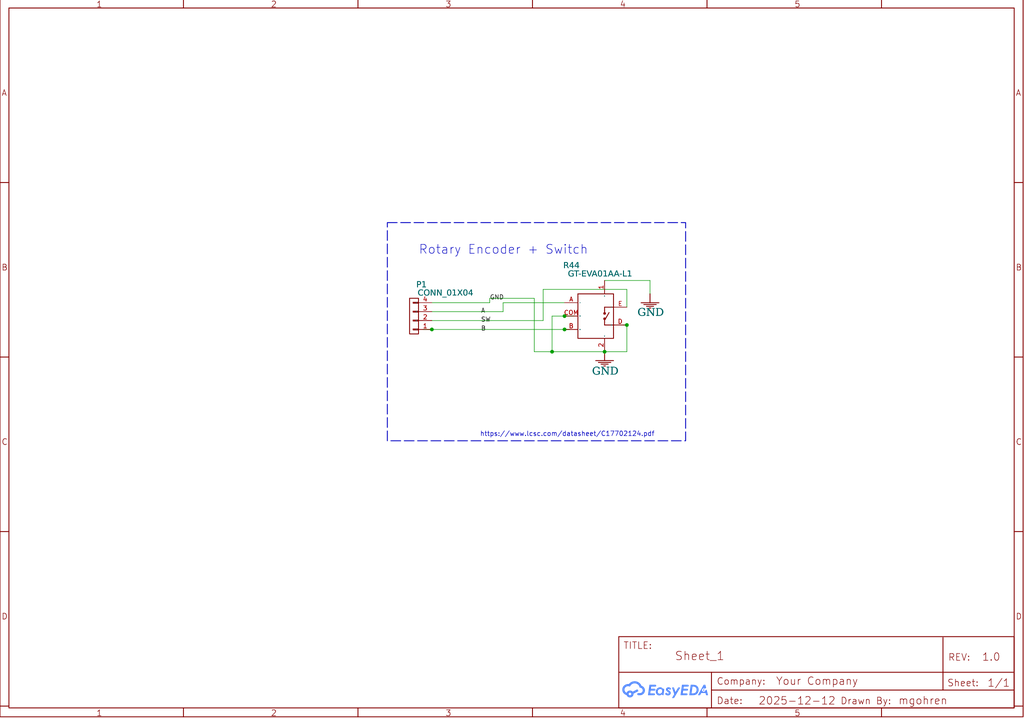
<source format=kicad_sch>
(kicad_sch (version 20250114) (generator "eeschema") (generator_version "9.0")
  (paper "User" 292.1 205.105)
  (lib_symbols
    (symbol "CONN_01X04"
      (property "Reference" "P1" (at -1.1176 9.8425 0))
      (property "Value" "CONN_01X04" (at -1.1176 7.5311 0))
      (symbol "CONN_01X04_0_0"
        (pin unspecified line (at 3.302 3.81 180) (length 3.81) (name "P4") (number "4"))
        (pin unspecified line (at 3.302 1.27 180) (length 3.81) (name "P3") (number "3"))
        (pin unspecified line (at 3.302 -1.27 180) (length 3.81) (name "P2") (number "2"))
        (pin unspecified line (at 3.302 -3.81 180) (length 3.81) (name "P1") (number "1"))
      )
    )
    (symbol "GND" (power) (pin_numbers (hide yes)) (pin_names (hide yes))
      (property "Value" "GND" (at 0 -6.35 0))
      (symbol "GND_0_0"
        (pin power_in line (at 0 0 270) (length 0) (name "GND") (number "1"))
      )
    )
    (symbol "GT-EVA01AA-L1"
      (property "Reference" "R44" (at -9.2456 15.3035 0))
      (property "Value" "GT-EVA01AA-L1" (at -9.2456 12.9667 0))
      (symbol "GT-EVA01AA-L1_0_0"
        (pin unspecified line (at -8.89 3.81 0) (length 3.81) (name "A") (number "A"))
        (pin unspecified line (at -8.89 0 0) (length 3.81) (name "COM") (number "COM"))
        (pin unspecified line (at -8.89 -3.81 0) (length 3.81) (name "B") (number "B"))
        (pin unspecified line (at 2.54 10.16 270) (length 3.81) (name "1") (number "1"))
        (pin unspecified line (at 2.54 -10.16 90) (length 3.81) (name "2") (number "2"))
        (pin unspecified line (at 8.89 2.54 180) (length 3.81) (name "E") (number "E"))
        (pin unspecified line (at 8.89 -2.54 180) (length 3.81) (name "D") (number "D"))
      )
    )
    (symbol "Unknown_0_-806"
      (symbol "Unknown_0_-806_0_0"
        (text "A" (at 0.381 -25.7429 0) (effects (font (size 1.6891 1.6891)) (justify left top)))
        (text "B" (at 0.381 -75.5269 0) (effects (font (size 1.6891 1.6891)) (justify left top)))
        (text "C" (at 0.381 -125.3109 0) (effects (font (size 1.6891 1.6891)) (justify left top)))
        (text "D" (at 0.381 -175.0949 0) (effects (font (size 1.6891 1.6891)) (justify left top)))
        (text "1" (at 27.432 -0.4699 0) (effects (font (size 1.6891 1.6891)) (justify left top)))
        (text "1" (at 27.432 -202.6539 0) (effects (font (size 1.6891 1.6891)) (justify left top)))
        (text "2" (at 77.216 -0.4699 0) (effects (font (size 1.6891 1.6891)) (justify left top)))
        (text "2" (at 77.216 -202.6539 0) (effects (font (size 1.6891 1.6891)) (justify left top)))
        (text "3" (at 127 -0.4699 0) (effects (font (size 1.6891 1.6891)) (justify left top)))
        (text "3" (at 127 -202.6539 0) (effects (font (size 1.6891 1.6891)) (justify left top)))
        (text "4" (at 176.784 -0.4699 0) (effects (font (size 1.6891 1.6891)) (justify left top)))
        (text "4" (at 176.784 -202.6539 0) (effects (font (size 1.6891 1.6891)) (justify left top)))
        (text "TITLE:" (at 177.7746 -183.2356 0) (effects (font (size 1.9304 1.9304)) (justify left top)))
        (text "Sheet_1" (at 192.4304 -185.928 0) (effects (font (size 2.413 2.413)) (justify left top)))
        (text "Company:" (at 204.3684 -193.4464 0) (effects (font (size 1.9304 1.9304)) (justify left top)))
        (text "Date:" (at 204.3684 -198.9836 0) (effects (font (size 1.9304 1.9304)) (justify left top)))
        (text "2025-12-12" (at 216.3064 -198.8439 0) (effects (font (size 2.1717 2.1717)) (justify left top)))
        (text "Your Company" (at 221.2848 -193.2305 0) (effects (font (size 2.1717 2.1717)) (justify left top)))
        (text "5" (at 226.568 -0.4699 0) (effects (font (size 1.6891 1.6891)) (justify left top)))
        (text "5" (at 226.568 -202.6539 0) (effects (font (size 1.6891 1.6891)) (justify left top)))
        (text "Drawn By:" (at 239.6744 -199.0344 0) (effects (font (size 1.9304 1.9304)) (justify left top)))
        (text "mgohren" (at 256.1844 -198.7931 0) (effects (font (size 2.1717 2.1717)) (justify left top)))
        (text "Sheet:" (at 270.1544 -193.9036 0) (effects (font (size 1.9304 1.9304)) (justify left top)))
        (text "REV:" (at 270.4084 -186.5884 0) (effects (font (size 1.9304 1.9304)) (justify left top)))
        (text "1.0" (at 280.0604 -186.3471 0) (effects (font (size 2.1717 2.1717)) (justify left top)))
        (text "1/1" (at 281.5844 -193.7639 0) (effects (font (size 2.1717 2.1717)) (justify left top)))
        (text "A" (at 289.687 -25.7429 0) (effects (font (size 1.6891 1.6891)) (justify left top)))
        (text "B" (at 289.687 -75.5269 0) (effects (font (size 1.6891 1.6891)) (justify left top)))
        (text "C" (at 289.687 -125.3109 0) (effects (font (size 1.6891 1.6891)) (justify left top)))
        (text "D" (at 289.687 -175.0949 0) (effects (font (size 1.6891 1.6891)) (justify left top)))
      )
    )
  )
  (rectangle (start 110.49 63.5) (end 195.58 125.73) (stroke (width 0.254) (type dash)))
  (text "Rotary Encoder + Switch" (at 119.38 69.8564 0) (effects (font (size 2.5336 2.5336)) (justify left top)))
  (text "https://www.lcsc.com/datasheet/C17702124.pdf" (at 136.906 123.1329 0) (effects (font (size 1.3271 1.3271)) (justify left top)))
  (junction (at 161.036 93.98))
  (junction (at 157.48 100.33))
  (junction (at 172.466 100.33))
  (junction (at 161.036 90.17))
  (junction (at 178.816 92.71))
  (junction (at 123.19 93.98))
  (wire (pts (xy 123.19 91.44) (xy 154.94 91.44)))
  (wire (pts (xy 120.65 93.98) (xy 123.19 93.98)))
  (wire (pts (xy 185.42 80.01) (xy 185.42 83.82)))
  (wire (pts (xy 177.8 92.71) (xy 178.816 92.71)))
  (wire (pts (xy 161.036 86.36) (xy 143.51 86.36)))
  (wire (pts (xy 157.48 100.33) (xy 172.466 100.33)))
  (wire (pts (xy 178.816 100.33) (xy 172.466 100.33)))
  (wire (pts (xy 139.7 85.09) (xy 152.4 85.09)))
  (wire (pts (xy 154.94 91.44) (xy 154.94 82.55)))
  (wire (pts (xy 161.036 93.98) (xy 162.56 93.98)))
  (wire (pts (xy 143.51 86.36) (xy 143.51 88.9)))
  (wire (pts (xy 123.19 86.36) (xy 139.7 86.36)))
  (wire (pts (xy 161.036 90.17) (xy 157.48 90.17)))
  (wire (pts (xy 143.51 88.9) (xy 123.19 88.9)))
  (wire (pts (xy 123.19 93.98) (xy 161.036 93.98)))
  (wire (pts (xy 172.466 80.01) (xy 185.42 80.01)))
  (wire (pts (xy 152.4 85.09) (xy 152.4 100.33)))
  (wire (pts (xy 163.83 90.17) (xy 161.036 90.17)))
  (wire (pts (xy 178.816 92.71) (xy 178.816 100.33)))
  (wire (pts (xy 139.7 86.36) (xy 139.7 85.09)))
  (wire (pts (xy 157.48 90.17) (xy 157.48 100.33)))
  (wire (pts (xy 178.816 82.55) (xy 178.816 87.63)))
  (wire (pts (xy 154.94 82.55) (xy 178.816 82.55)))
  (wire (pts (xy 152.4 100.33) (xy 157.48 100.33)))
  (label "B" (at 137.16 93.98 0))
  (label "SW" (at 137.16 91.44 0))
  (label "A" (at 137.16 88.9 0))
  (label "GND" (at 139.7 85.09 0))
  (symbol (lib_id "GND") (at 172.466 100.33 0) (unit 0)
    (property "Reference" "#PWR0102" (effects (hide yes)))
    (property "Value" "GND" (at 169.164 107.188 0) (effects (font (size 2.1717 2.1717)) (justify left bottom)))
    (property "Description" "Power symbol creates a global label with name 'GND'" (effects (hide yes)))
  )
  (symbol (lib_id "GT-EVA01AA-L1") (at 169.926 90.17 0) (unit 1)
    (property "Reference" "R44" (at 160.6804 74.8665 0) (effects (font (size 1.6891 1.6891)) (justify left top)))
    (property "Value" "GT-EVA01AA-L1" (at 160.6804 77.2033 0) (effects (font (size 1.6891 1.6891)) (justify left top)))
    (property "Footprint" "easyeda2kicad:RES-ADJ-SMD_GT-EVA01AA-L1" (effects (hide yes)))
    (property "Manufacturer Part" "GT-EVA01AA-L1" (effects (hide yes)))
    (property "Manufacturer" "G-Switch(品赞)" (effects (hide yes)))
    (property "Supplier Part" "C17702124" (effects (hide yes)))
    (property "Supplier" "LCSC" (effects (hide yes)))
  )
  (symbol (lib_id "CONN_01X04") (at 119.888 90.17 0) (unit 0)
    (property "Reference" "P1" (at 118.7704 80.3275 0) (effects (font (size 1.6891 1.6891)) (justify left top)))
    (property "Value" "CONN_01X04" (at 118.7704 82.6389 0) (effects (font (size 1.6891 1.6891)) (justify left top)))
  )
  (symbol (lib_id "GND") (at 185.42 83.82 0) (unit 0)
    (property "Reference" "#PWR0101" (effects (hide yes)))
    (property "Value" "GND" (at 182.118 90.424 0) (effects (font (size 2.1717 2.1717)) (justify left bottom)))
    (property "Description" "Power symbol creates a global label with name 'GND'" (effects (hide yes)))
  )
  (symbol (lib_id "Unknown_0_-806") (at 0 -0.254 0) (unit 0)
    (property "Reference" "A1" (effects (hide yes)))
    (property "Value" "A" (effects (hide yes)))
    (property "Manufacturer Part" "?" (effects (hide yes)))
  )
)
</source>
